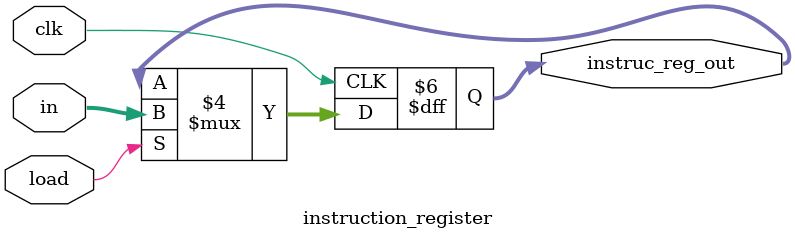
<source format=v>
module instruction_register (clk, in, load, instruc_reg_out);

input [15:0] in;
input load, clk;
output reg [15:0] instruc_reg_out;

always @(posedge clk) begin

if (load ==1) begin
instruc_reg_out = in;
end
end

endmodule



</source>
